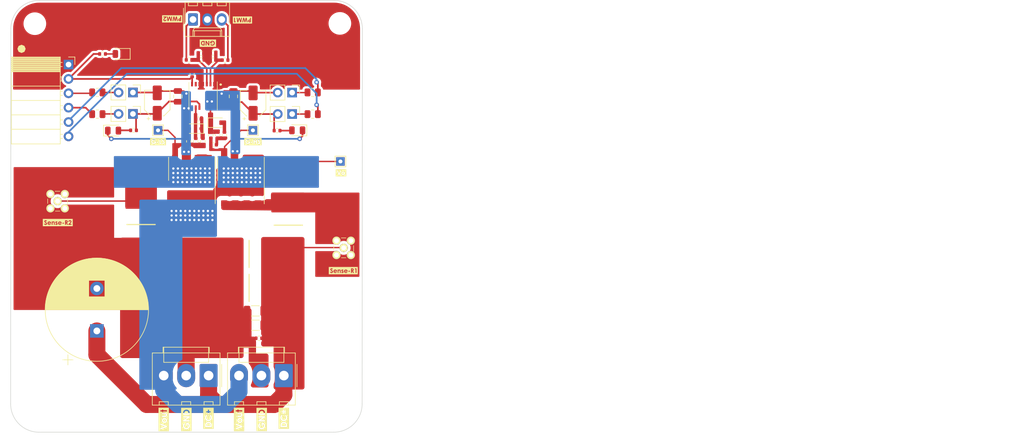
<source format=kicad_pcb>
(kicad_pcb (version 20211014) (generator pcbnew)
  (title_block (comment 4 "AISLER Project ID: ZPYPMIGU"))
  (layers (0 "F.Cu" mixed) (31 "B.Cu" mixed) (34 "B.Paste" user) (35 "F.Paste" user) (36 "B.SilkS" user "B.Silkscreen") (37 "F.SilkS" user "F.Silkscreen") (38 "B.Mask" user) (39 "F.Mask" user) (44 "Edge.Cuts" user))
  (net 0 "")
  (net 1 "GND")
  (net 2 "+3.3V")
  (net 3 "VCCA")
  (net 4 "VCCB")
  (net 5 "GND1")
  (net 6 "LED1")
  (net 7 "Net-(C5-Pad1)")
  (net 8 "Net-(C5-Pad2)")
  (net 9 "GND2")
  (net 10 "OUTA")
  (net 11 "GND3")
  (net 12 "Net-(D1-Pad2)")
  (net 13 "Net-(D2-Pad2)")
  (net 14 "Net-(D5-Pad2)")
  (net 15 "Net-(D6-Pad2)")
  (net 16 "Net-(D7-Pad2)")
  (net 17 "Net-(Q2-Pad8)")
  (net 18 "Net-(J2-Pad1)")
  (net 19 "Net-(J2-Pad3)")
  (net 20 "HVDC+")
  (net 21 "PWM1")
  (net 22 "PWM2")
  (net 23 "OUTB")
  (net 24 "gnd-1")
  (net 25 "LED2")
  (net 26 "gnd-2")
  (net 27 "Net-(C4-Pad2)")
  (net 28 "Net-(J1-Pad3)")
  (net 30 "Net-(J9-Pad2)")
  (net 31 "Net-(J10-Pad1)")
  (net 32 "Net-(FB1-Pad2)")
  (net 33 "Net-(FB2-Pad1)")
  (net 34 "Net-(FB3-Pad1)")
  (net 35 "Net-(FB4-Pad1)")
  (footprint "kibuzzard-63EDD841" (layer "F.Cu") (at 134.28 52.31 180)
    (fp_text reference "kibuzzard-63EDD841" hide)
    (fp_text value "G***" hide)
  )
  (footprint "LED_SMD:LED_0805_2012Metric" (layer "F.Cu") (at 125.18 58.51 180)
    (fp_text reference "D5" hide)
    (fp_text value "LED")
  )
  (footprint "Connector_Molex:Molex_KK-254_AE-6410-03A_1x03_P2.54mm_Vertical" (layer "F.Cu") (at 137.945 52.42)
    (fp_text reference "J2" hide)
    (fp_text value "PWM")
  )
  (footprint "MountingHole:MountingHole_3.2mm_M3" (layer "F.Cu") (at 163.88 53.11)
    (fp_text reference "H3" hide)
    (fp_text value "MountingHole")
  )
  (footprint "kibuzzard-63EDD808" (layer "F.Cu") (at 114.08 88.31)
    (fp_text reference "kibuzzard-63EDD808" hide)
    (fp_text value "G***" hide)
  )
  (footprint "Resistor_SMD:R_0402_1005Metric" (layer "F.Cu") (at 141.5 59.6 180)
    (fp_text reference "R16" hide)
    (fp_text value "10k")
  )
  (footprint "Connector_PinHeader_2.54mm:PinHeader_1x02_P2.54mm_Vertical" (layer "F.Cu") (at 127.35 69.11 -90)
    (fp_text reference "J6" hide)
    (fp_text value "5V")
  )
  (footprint "Capacitor_THT:CP_Radial_D18.0mm_P7.50mm" (layer "F.Cu") (at 120.98 107.46 90)
    (fp_text reference "C10" hide)
    (fp_text value "100uF/450V")
  )
  (footprint "Resistor_SMD:R_0402_1005Metric" (layer "F.Cu") (at 127.45 72.01)
    (fp_text reference "R12" hide)
    (fp_text value "4.7k")
  )
  (footprint "Capacitor_SMD:CP_Elec_4x5.8" (layer "F.Cu") (at 131.64 67.19 90)
    (fp_text reference "C16" hide)
    (fp_text value "10uF/35V")
  )
  (footprint "2EDF7275KXUMA1:2EDF7275KXUMA1" (layer "F.Cu") (at 139.735 65.92 180)
    (fp_text reference "IC1" hide)
    (fp_text value "2EDF7275KXUMA1" hide)
  )
  (footprint "Resistor_SMD:R_0402_1005Metric" (layer "F.Cu") (at 149.58 108.76 180)
    (fp_text reference "R8" hide)
    (fp_text value "500k")
  )
  (footprint "Capacitor_SMD:C_0402_1005Metric" (layer "F.Cu") (at 137.8 62.06 -90)
    (fp_text reference "C1" hide)
    (fp_text value "100nF")
  )
  (footprint "CGA9P4X7T2W105K250KA:CAPC5750X280N" (layer "F.Cu") (at 147.855 93.86 180)
    (fp_text reference "C9" hide)
    (fp_text value "1uF/450V" hide)
  )
  (footprint "MMCX-J-P-H-ST-TH1:MMCXJPHSTTH1" (layer "F.Cu") (at 163.28 91.51)
    (fp_text reference "J9" hide)
    (fp_text value "MMCX-J-P-H-ST-TH1" hide)
  )
  (footprint "Resistor_SMD:R_0805_2012Metric" (layer "F.Cu") (at 121.0625 65.31)
    (fp_text reference "FB2" hide)
    (fp_text value "fb")
  )
  (footprint "Resistor_SMD:R_0402_1005Metric" (layer "F.Cu") (at 137.276172 59.56)
    (fp_text reference "R13" hide)
    (fp_text value "100")
  )
  (footprint "Resistor_SMD:R_0402_1005Metric" (layer "F.Cu") (at 138.435 73.96 -90)
    (fp_text reference "R1" hide)
    (fp_text value "470")
  )
  (footprint "Resistor_SMD:R_0402_1005Metric" (layer "F.Cu") (at 141.1 72.86 -90)
    (fp_text reference "R3" hide)
    (fp_text value "470")
  )
  (footprint "CGA9P4X7T2W105K250KA:CAPC5750X280N" (layer "F.Cu") (at 147.855 99.86 180)
    (fp_text reference "C8" hide)
    (fp_text value "1uF/450V" hide)
  )
  (footprint "LED_SMD:LED_0805_2012Metric" (layer "F.Cu") (at 156.35 72.01 180)
    (fp_text reference "D6" hide)
    (fp_text value "LED")
  )
  (footprint "TestPoint:TestPoint_THTPad_1.5x1.5mm_Drill0.7mm" (layer "F.Cu") (at 163.98 77.51)
    (fp_text reference "TP4" hide)
    (fp_text value "TestPoint_Alt")
  )
  (footprint "Resistor_SMD:R_0402_1005Metric" (layer "F.Cu") (at 121.98 58.51 180)
    (fp_text reference "R10" hide)
    (fp_text value "4.7k")
  )
  (footprint "kibuzzard-63EE9059" (layer "F.Cu") (at 150.08 123.11 90)
    (fp_text reference "kibuzzard-63EE9059" hide)
    (fp_text value "G***" hide)
  )
  (footprint "Package_SON:Infineon_PG-LSON-8-1" (layer "F.Cu") (at 146.42 80.89 90)
    (fp_text reference "Q1" hide)
    (fp_text value "IGLD60R190D1")
  )
  (footprint "Resistor_SMD:R_0402_1005Metric" (layer "F.Cu") (at 142.3 72.86 -90)
    (fp_text reference "R2" hide)
    (fp_text value "10")
  )
  (footprint "Connector_PinHeader_2.54mm:PinHeader_1x02_P2.54mm_Vertical" (layer "F.Cu") (at 127.35 65.32 -90)
    (fp_text reference "J7" hide)
    (fp_text value "GND2")
  )
  (footprint "Resistor_SMD:R_0402_1005Metric" (layer "F.Cu") (at 143.5 72.86 -90)
    (fp_text reference "R5" hide)
    (fp_text value "5.1")
  )
  (footprint "Capacitor_SMD:C_0402_1005Metric" (layer "F.Cu") (at 141.5 58.36)
    (fp_text reference "C14" hide)
    (fp_text value "100nF")
  )
  (footprint "Resistor_SMD:R_0805_2012Metric" (layer "F.Cu") (at 159.08 65.31)
    (fp_text reference "FB1" hide)
    (fp_text value "fb")
  )
  (footprint "Resistor_SMD:R_0805_2012Metric" (layer "F.Cu") (at 159.08 69.15 180)
    (fp_text reference "FB4" hide)
    (fp_text value "fb")
  )
  (footprint "Resistor_SMD:R_0402_1005Metric" (layer "F.Cu") (at 139.7 73.96 -90)
    (fp_text reference "R4" hide)
    (fp_text value "10")
  )
  (footprint "Resistor_SMD:R_0402_1005Metric" (layer "F.Cu") (at 152.79 72.055 180)
    (fp_text reference "R11" hide)
    (fp_text value "4.7k")
  )
  (footprint "kibuzzard-63EDD861" (layer "F.Cu") (at 146.68 52.51 180)
    (fp_text reference "kibuzzard-63EDD861" hide)
    (fp_text value "G***" hide)
  )
  (footprint "Capacitor_SMD:C_0402_1005Metric" (layer "F.Cu") (at 139.376172 58.42 180)
    (fp_text reference "C13" hide)
    (fp_text value "100nF")
  )
  (footprint "kibuzzard-63EDDA14" (layer "F.Cu") (at 107.68 57.61)
    (fp_text reference "kibuzzard-63EDDA14" hide)
    (fp_text value "G***" hide)
  )
  (footprint "Connector_PinHeader_2.54mm:PinHeader_1x02_P2.54mm_Vertical" (layer "F.Cu") (at 155.455 69.13 -90)
    (fp_text reference "J5" hide)
    (fp_text value "5V")
  )
  (footprint "Capacitor_SMD:C_0402_1005Metric" (layer "F.Cu") (at 141.6 74.56 180)
    (fp_text reference "C5" hide)
    (fp_text value "2.2nF")
  )
  (footprint "kibuzzard-63EE9044" (layer "F.Cu") (at 153.98 122.91 90)
    (fp_text reference "kibuzzard-63EE9044" hide)
    (fp_text value "G***" hide)
  )
  (footprint "kibuzzard-63EE9044" (layer "F.Cu") (at 140.68 122.91 90)
    (fp_text reference "kibuzzard-63EE9044" hide)
    (fp_text value "G***" hide)
  )
  (footprint "footprint:RESC10052X50N" (layer "F.Cu") (at 128.78 88.66 -90)
    (fp_text reference "R9" hide)
    (fp_text value "WSLP3921L1000FEA" hide)
  )
  (footprint "MountingHole:MountingHole_3.2mm_M3" (layer "F.Cu") (at 110.03 53.16)
    (fp_text reference "H4" hide)
    (fp_text value "MountingHole")
  )
  (footprint "Package_SON:Infineon_PG-LSON-8-1" (layer "F.Cu") (at 137.76 80.86 90)
    (fp_text reference "Q2" hide)
    (fp_text value "IGLD60R190D1")
  )
  (footprint "Diode_SMD:D_SOD-323" (layer "F.Cu") (at 138.345 71.71 180)
    (fp_text reference "D2" hide)
    (fp_text value "BAT165")
  )
  (footprint "Capacitor_SMD:C_0402_1005Metric" (layer "F.Cu") (at 138.915 70.01)
    (fp_text reference "C4" hide)
    (fp_text value "2.2nF")
  )
  (footprint "Connector_Molex:Molex_KK-396_A-41791-0003_1x03_P3.96mm_Vertical" (layer "F.Cu") (at 140.706 115.355 180)
    (fp_text reference "J3" hide)
    (fp_text value "HVDC2")
  )
  (footprint "kibuzzard-63EDD5C6" (layer "F.Cu") (at 131.78 74.01)
    (fp_text reference "kibuzzard-63EDD5C6" hide)
    (fp_text value "G***" hide)
  )
  (footprint "Resistor_SMD:R_0402_1005Metric" (layer "F.Cu") (at 143.6 59.6 180)
    (fp_text reference "R14" hide)
    (fp_text value "100")
  )
  (footprint "TestPoint:TestPoint_THTPad_1.5x1.5mm_Drill0.7mm" (layer "F.Cu") (at 131.78 72.01)
    (fp_text reference "TP2" hide)
    (fp_text value "TestPoint_Alt")
  )
  (footprint "MMCX-J-P-H-ST-TH1:MMCXJPHSTTH1" (layer "F.Cu") (at 112.78 83.26)
    (fp_text reference "J10" hide)
    (fp_text value "MMCX-J-P-H-ST-TH1" hide)
  )
  (footprint "kibuzzard-63EDD756" (layer "F.Cu") (at 164.08 79.51)
    (fp_text reference "kibuzzard-63EDD756" hide)
    (fp_text value "G***" hide)
  )
  (footprint "LED_SMD:LED_0805_2012Metric" (layer "F.Cu") (at 123.85 72.055)
    (fp_text reference "D7" hide)
    (fp_text value "LED")
  )
  (footprint "Resistor_SMD:R_0402_1005Metric" (layer "F.Cu") (at 139.4 59.56)
    (fp_text reference "R15" hide)
    (fp_text value "10k")
  )
  (footprint "TestPoint:TestPoint_THTPad_1.5x1.5mm_Drill0.7mm" (layer "F.Cu") (at 148.53 72.01)
    (fp_text reference "TP1" hide)
    (fp_text value "TestPoint_Alt")
  )
  (footprint "Connector_PinSocket_2.54mm:PinSocket_1x06_P2.54mm_Horizontal" (layer "F.Cu") (at 115.98 60.385)
    (fp_text reference "J4" hide)
    (fp_text value "Conn_01x06_Female")
  )
  (footprint "kibuzzard-63EE9091" (layer "F.Cu") (at 132.78 123.11 90)
    (fp_text reference "kibuzzard-63EE9091" hide)
    (fp_text value "G***" hide)
  )
  (footprint "kibuzzard-63EDD5E0" (layer "F.Cu") (at 148.53 74.01)
    (fp_text reference "kibuzzard-63EDD5E0" hide)
    (fp_text value "G***" hide)
  )
  (footprint "Capacitor_SMD:C_1206_3216Metric" (layer "F.Cu") (at 148.96 106.46 180)
    (fp_text reference "C7" hide)
    (fp_text value "100nF/450V")
  )
  (footprint "kibuzzard-63EDD791" (layer "F.Cu") (at 164.48 96.81)
    (fp_text reference "kibuzzard-63EDD791" hide)
    (fp_text value "G***" hide)
  )
  (footprint "footprint:RESC10052X50N" (layer "F.Cu") (at 154.78 88.77 -90)
    (fp_text reference "R7" hide)
    (fp_text value "WSLP3921L1000FEA" hide)
  )
  (footprint "kibuzzard-63EE9091" (layer "F.Cu") (at 146.08 123.11 90)
    (fp_text reference "kibuzzard-63EE9091" hide)
    (fp_text value "G***" hide)
  )
  (footprint "Diode_SMD:D_SOD-323" (layer "F.Cu") (at 142.085 70.66)
    (fp_text reference "D1" hide)
    (fp_text value "BAT165")
  )
  (footprint "Connector_Molex:Molex_KK-396_A-41791-0003_1x03_P3.96mm_Vertical" (layer "F.Cu") (at 153.99 115.355 180)
    (fp_text reference "J1" hide)
    (fp_text value "HVDC1")
  )
  (footprint "MountingHole:MountingHole_3.2mm_M3" (layer "F.Cu") (at 163.93 121.16)
    (fp_text reference "H1" hide)
    (fp_text value "MountingHole")
  )
  (footprint "Capacitor_SMD:C_0805_2012Metric" (layer "F.Cu") (at 135.28 66.01 -90)
    (fp_text reference "C3" hide)
    (fp_text value "1uF")
  )
  (footprint "Connector_PinHeader_2.54mm:PinHeader_1x02_P2.54mm_Vertical" (layer "F.Cu") (at 155.45 65.34 -90)
    (fp_text reference "J8" hide)
    (fp_text value "GND1")
  )
  (footprint "kibuzzard-63EDD87E" (layer "F.Cu") (at 140.58 56.61 180)
    (fp_text reference "kibuzzard-63EDD87E" hide)
    (fp_text value "G***" hide)
  )
  (footprint "kibuzzard-63EE9059" (layer "F.Cu") (at 136.78 123.11 90)
    (fp_text reference "kibuzzard-63EE9059" hide)
    (fp_text value "G***" hide)
  )
  (footprint "Resistor_SMD:R_0805_2012Metric" (layer "F.Cu") (at 121.0625 69.15)
    (fp_text reference "FB3" hide)
    (fp_text value "fb")
  )
  (footprint "Capacitor_SMD:C_0805_2012Metric" (layer "F.Cu") (at 145.09 66.01 -90)
    (fp_text reference "C2" hide)
    (fp_text value "1uF")
  )
  (footprint "Capacitor_SMD:CP_Elec_4x5.8" (layer "F.Cu") (at 148.56 67.2 90)
    (fp_text reference "C15" hide)
    (fp_text value "10uF/35V")
  )
  (footprint "MountingHole:MountingHole_3.2mm_M3" (layer "F.Cu") (at 110.08 121.21)
    (fp_text reference "H2" hide)
    (fp_text value "MountingHole")
  )
  (footprint "Capacitor_SMD:C_1206_3216Metric" (layer "F.Cu") (at 148.96 103.92 180)
    (fp_text reference "C6" hide)
    (fp_text value "100nF/450V")
  )
  (footprint "Resistor_SMD:R_0402_1005Metric" (layer "F.Cu") (at 137.2 73.96 -90)
    (fp_text reference "R6" hide)
    (fp_text value "5.1")
  )
  (gr_arc (start 110.762233 125.36) (mid 107.226678 123.895546) (end 105.762233 120.36) (layer "Edge.Cuts") (width 0.1))
  (gr_line (start 162.847767 49.045534) (end 110.797767 49.045534) (layer "Edge.Cuts") (width 0.1))
  (gr_line (start 110.762233 125.36) (end 162.812233 125.36) (layer "Edge.Cuts") (width 0.1))
  (gr_arc (start 167.812233 120.36) (mid 166.347769 123.895546) (end 162.812233 125.36) (layer "Edge.Cuts") (width 0.1))
  (gr_arc (start 162.847767 49.045534) (mid 166.383301 50.51) (end 167.847767 54.045534) (layer "Edge.Cuts") (width 0.1))
  (gr_arc (start 105.797767 54.045534) (mid 107.262233 50.51) (end 110.797767 49.045534) (layer "Edge.Cuts") (width 0.1))
  (gr_line (start 167.812233 120.36) (end 167.847767 54.045534) (layer "Edge.Cuts") (width 0.1))
  (gr_line (start 105.797767 54.045534) (end 105.762233 120.36) (layer "Edge.Cuts") (width 0.1))
  (segment (start 120.395 58.51) (end 121.47 58.51) (width 0.3) (layer "F.Cu") (net 2))
  (segment (start 115.98 62.925) (end 137.415 62.925) (width 0.3) (layer "F.Cu") (net 2))
  (segment (start 115.98 62.925) (end 120.395 58.51) (width 0.3) (layer "F.Cu") (net 2))
  (segment (start 137.8 63.83) (end 137.785 63.845) (width 0.3) (layer "F.Cu") (net 2))
  (segment (start 137.415 62.925) (end 137.8 62.54) (width 0.3) (layer "F.Cu") (net 2))
  (segment (start 137.8 62.54) (end 137.8 63.83) (width 0.3) (layer "F.Cu") (net 2))
  (segment (start 158.1675 69.15) (end 158.1475 69.13) (width 0.25) (layer "F.Cu") (net 3))
  (segment (start 158.1475 69.13) (end 155.455 69.13) (width 0.25) (layer "F.Cu") (net 3))
  (segment (start 122.015 69.11) (end 124.81 69.11) (width 0.25) (layer "F.Cu") (net 4))
  (segment (start 121.975 69.15) (end 122.015 69.11) (width 0.25) (layer "F.Cu") (net 4))
  (segment (start 155.45 65.34) (end 158.1375 65.34) (width 0.25) (layer "F.Cu") (net 5))
  (segment (start 158.1375 65.34) (end 158.1675 65.31) (width 0.25) (layer "F.Cu") (net 5))
  (segment (start 152.915 69.13) (end 152.28 69.765) (width 0.3) (layer "F.Cu") (net 6))
  (segment (start 142.67 67.01) (end 146.57 67.01) (width 0.3) (layer "F.Cu") (net 6))
  (segment (start 141.685 67.995) (end 142.67 67.01) (width 0.3) (layer "F.Cu") (net 6))
  (segment (start 152.28 69.765) (end 152.28 72.055) (width 0.3) (layer "F.Cu") (net 6))
  (segment (start 148.56 69) (end 148.69 69.13) (width 0.3) (layer "F.Cu") (net 6))
  (segment (start 148.69 69.13) (end 152.915 69.13) (width 0.3) (layer "F.Cu") (net 6))
  (segment (start 146.57 67.01) (end 148.56 69) (width 0.3) (layer "F.Cu") (net 6))
  (segment (start 146.405 72.01) (end 143.53 74.885) (width 0.25) (layer "F.Cu") (net 8))
  (segment (start 143.53 74.885) (end 143.53 75.76) (width 0.25) (layer "F.Cu") (net 8))
  (segment (start 148.53 72.01) (end 146.405 72.01) (width 0.25) (layer "F.Cu") (net 8))
  (segment (start 121.985 65.32) (end 124.81 65.32) (width 0.25) (layer "F.Cu") (net 9))
  (segment (start 121.975 65.31) (end 121.985 65.32) (width 0.25) (layer "F.Cu") (net 9))
  (segment (start 141 68.96) (end 141 69.26) (width 0.3) (layer "F.Cu") (net 10))
  (segment (start 141 69.26) (end 141.1 69.36) (width 0.3) (layer "F.Cu") (net 10))
  (segment (start 141.035 67.995) (end 141.035 68.925) (width 0.3) (layer "F.Cu") (net 10))
  (segment (start 141.035 68.925) (end 141 68.96) (width 0.3) (layer "F.Cu") (net 10))
  (segment (start 136.78 111.06) (end 136.746 111.094) (width 3) (layer "F.Cu") (net 11))
  (segment (start 120.98 99.96) (end 128.28 99.96) (width 3) (layer "F.Cu") (net 11))
  (segment (start 136.746 115.355) (end 136.746 111.094) (width 3) (layer "F.Cu") (net 11))
  (segment (start 122.49 58.51) (end 124.2425 58.51) (width 0.25) (layer "F.Cu") (net 14))
  (segment (start 155.3675 72.055) (end 155.4125 72.01) (width 0.3) (layer "F.Cu") (net 15))
  (segment (start 153.3 72.055) (end 155.3675 72.055) (width 0.3) (layer "F.Cu") (net 15))
  (segment (start 124.8325 72.01) (end 124.7875 72.055) (width 0.3) (layer "F.Cu") (net 16))
  (segment (start 126.94 72.01) (end 124.8325 72.01) (width 0.3) (layer "F.Cu") (net 16))
  (segment (start 133.53 72.01) (end 131.78 72.01) (width 0.25) (layer "F.Cu") (net 17))
  (segment (start 134.78 74.51) (end 134.78 73.26) (width 0.25) (layer "F.Cu") (net 17))
  (segment (start 134.78 73.26) (end 133.53 72.01) (width 0.25) (layer "F.Cu") (net 17))
  (segment (start 136.78 53.585) (end 136.78 59.546172) (width 0.3) (layer "F.Cu") (net 18))
  (segment (start 137.945 52.42) (end 136.78 53.585) (width 0.3) (layer "F.Cu") (net 18))
  (segment (start 136.78 59.546172) (end 136.766172 59.56) (width 0.3) (layer "F.Cu") (net 18))
  (segment (start 144.11 53.505) (end 144.11 59.6) (width 0.3) (layer "F.Cu") (net 19))
  (segment (start 143.025 52.42) (end 144.11 53.505) (width 0.3) (layer "F.Cu") (net 19))
  (segment (start 152.28 120.46) (end 142.28 120.46) (width 3) (layer "F.Cu") (net 20))
  (segment (start 120.98 107.46) (end 120.98 111.66) (width 3) (layer "F.Cu") (net 20))
  (segment (start 142.28 120.46) (end 140.706 118.886) (width 3) (layer "F.Cu") (net 20))
  (segment (start 153.99 118.75) (end 152.28 120.46) (width 3) (layer "F.Cu") (net 20))
  (segment (start 140.706 118.886) (end 140.706 115.355) (width 3) (layer "F.Cu") (net 20))
  (segment (start 164.502 92.732) (end 154.968 92.732) (width 0.25) (layer "F.Cu") (net 20))
  (segment (start 129.78 120.46) (end 142.28 120.46) (width 3) (layer "F.Cu") (net 20))
  (segment (start 164.55 92.78) (end 164.502 92.732) (width 0.25) (layer "F.Cu") (net 20))
  (segment (start 153.99 115.355) (end 153.99 118.75) (width 3) (layer "F.Cu") (net 20))
  (segment (start 120.98 111.66) (end 129.78 120.46) (width 3) (layer "F.Cu") (net 20))
  (segment (start 154.968 92.732) (end 154.78 92.92) (width 0.25) (layer "F.Cu") (net 20))
  (segment (start 141.035 61.055) (end 141.035 63.845) (width 0.3) (layer "F.Cu") (net 21))
  (segment (start 143.09 59.6) (end 142.49 59.6) (width 0.3) (layer "F.Cu") (net 21))
  (segment (start 142.49 59.6) (end 141.035 61.055) (width 0.3) (layer "F.Cu") (net 21))
  (segment (start 140.385 63.845) (end 140.385 61.055) (width 0.3) (layer "F.Cu") (net 22))
  (segment (start 140.385 61.055) (end 138.89 59.56) (width 0.3) (layer "F.Cu") (net 22))
  (segment (start 138.435 67.995) (end 138.435 69.125) (width 0.3) (layer "F.Cu") (net 23))
  (segment (start 138.435 69.125) (end 138.4 69.16) (width 0.3) (layer "F.Cu") (net 23))
  (segment (start 142.43 65.53) (end 140.385 67.575) (width 0.25) (layer "F.Cu") (net 24))
  (segment (start 148.62 65.34) (end 152.91 65.34) (width 0.3) (layer "F.Cu") (net 24))
  (segment (start 157.2875 72.01) (end 157.2875 73.0025) (width 0.3) (layer "F.Cu") (net 24))
  (segment (start 143.01 65.53) (end 142.43 65.53) (width 0.25) (layer "F.Cu") (net 24))
  (segment (start 143.48 65.06) (end 148.22 65.06) (width 0.3) (layer "F.Cu") (net 24))
  (segment (start 140.385 67.575) (end 140.385 67.995) (width 0.25) (layer "F.Cu") (net 24))
  (segment (start 148.56 65.4) (end 148.62 65.34) (width 0.3) (layer "F.Cu") (net 24))
  (segment (start 143.01 65.53) (end 143.48 65.06) (width 0.3) (layer "F.Cu") (net 24))
  (segment (start 148.22 65.06) (end 148.56 65.4) (width 0.3) (layer "F.Cu") (net 24))
  (segment (start 157.2875 73.0025) (end 156.78 73.51) (width 0.3) (layer "F.Cu") (net 24))
  (via (at 145.78 75.71) (size 0.8) (drill 0.4) (layers "F.Cu" "B.Cu") (net 24))
  (via (at 144.98 75.71) (size 0.8) (drill 0.4) (layers "F.Cu" "B.Cu") (net 24))
  (via (at 143.01 65.53) (size 0.8) (drill 0.4) (layers "F.Cu" "B.Cu") (net 24))
  (via (at 140.48 66.91) (size 0.8) (drill 0.4) (layers "F.Cu" "B.Cu") (net 24))
  (via (at 141.28 66.91) (size 0.8) (drill 0.4) (layers "F.Cu" "B.Cu") (net 24))
  (via (at 156.78 73.51) (size 0.8) (drill 0.4) (layers "F.Cu" "B.Cu") (net 24))
  (segment (start 156.78 73.51) (end 145.28 73.51) (width 0.3) (layer "B.Cu") (net 24))
  (segment (start 131.52 69.11) (end 131.64 68.99) (width 0.3) (layer "F.Cu") (net 25))
  (segment (start 127.9 69.66) (end 127.9 71.95) (width 0.3) (layer "F.Cu") (net 25))
  (segment (start 138.625 66.91) (end 139.085 67.37) (width 0.3) (layer "F.Cu") (net 25))
  (segment (start 133.72 66.91) (end 138.625 66.91) (width 0.3) (layer "F.Cu") (net 25))
  (segment (start 127.35 69.11) (end 127.9 69.66) (width 0.3) (layer "F.Cu") (net 25))
  (segment (start 127.9 71.95) (end 127.96 72.01) (width 0.3) (layer "F.Cu") (net 25))
  (segment (start 139.085 67.37) (end 139.085 67.995) (width 0.3) (layer "F.Cu") (net 25))
  (segment (start 131.64 68.99) (end 133.72 66.91) (width 0.3) (layer "F.Cu") (net 25))
  (segment (start 127.35 69.11) (end 131.52 69.11) (width 0.3) (layer "F.Cu") (net 25))
  (segment (start 122.9125 72.8925) (end 122.9125 72.055) (width 0.3) (layer "F.Cu") (net 26))
  (segment (start 137.18 68.11) (end 137.295 67.995) (width 0.25) (layer "F.Cu") (net 26))
  (segment (start 136.38 68.11) (end 137.18 68.11) (width 0.3) (layer "F.Cu") (net 26))
  (segment (start 135.28 65.06) (end 131.97 65.06) (width 0.3) (layer "F.Cu") (net 26))
  (segment (start 135.28 65.06) (end 136.33 65.06) (width 0.25) (layer "F.Cu") (net 26))
  (segment (start 137.295 67.995) (end 137.785 67.995) (width 0.25) (layer "F.Cu") (net 26))
  (segment (start 131.97 65.06) (end 131.64 65.39) (width 0.3) (layer "F.Cu") (net 26))
  (segment (start 131.57 65.32) (end 131.64 65.39) (width 0.3) (layer "F.Cu") (net 26))
  (segment (start 123.53 73.51) (end 122.9125 72.8925) (width 0.3) (layer "F.Cu") (net 26))
  (segment (start 136.33 65.06) (end 136.78 65.51) (width 0.25) (layer "F.Cu") (net 26))
  (segment (start 127.35 65.32) (end 131.57 65.32) (width 0.3) (layer "F.Cu") (net 26))
  (via (at 136.78 65.51) (size 0.8) (drill 0.4) (layers "F.Cu" "B.Cu") (net 26))
  (via (at 136.38 75.81) (size 0.8) (drill 0.4) (layers "F.Cu" "B.Cu") (net 26))
  (via (at 136.38 68.11) (size 0.8) (drill 0.4) (layers "F.Cu" "B.Cu") (net 26))
  (via (at 123.53 73.51) (size 0.8) (drill 0.4) (layers "F.Cu" "B.Cu") (net 26))
  (via (at 137.18 68.11) (size 0.8) (drill 0.4) (layers "F.Cu" "B.Cu") (net 26))
  (via (at 137.18 75.81) (size 0.8) (drill 0.4) (layers "F.Cu" "B.Cu") (net 26))
  (segment (start 123.53 73.51) (end 136.78 73.51) (width 0.3) (layer "B.Cu") (net 26))
  (segment (start 163.98 77.51) (end 149.78 77.51) (width 0.25) (layer "F.Cu") (net 28))
  (via (at 148.18 79.56) (size 0.8) (drill 0.4) (layers "F.Cu" "B.Cu") (net 28))
  (via (at 148.98 79.56) (size 0.8) (drill 0.4) (layers "F.Cu" "B.Cu") (net 28))
  (via (at 134.98 87.86) (size 0.8) (drill 0.4) (layers "F.Cu" "B.Cu") (net 28))
  (via (at 144.18 80.36) (size 0.8) (drill 0.4) (layers "F.Cu" "B.Cu") (net 28))
  (via (at 134.98 87.06) (size 0.8) (drill 0.4) (layers "F.Cu" "B.Cu") (net 28))
  (via (at 147.38 79.56) (size 0.8) (drill 0.4) (layers "F.Cu" "B.Cu") (net 28))
  (via (at 148.98 80.36) (size 0.8) (drill 0.4) (layers "F.Cu" "B.Cu") (net 28))
  (via (at 145.78 79.56) (size 0.8) (drill 0.4) (layers "F.Cu" "B.Cu") (net 28))
  (via (at 143.38 81.16) (size 0.8) (drill 0.4) (layers "F.Cu" "B.Cu") (net 28))
  (via (at 145.78 80.36) (size 0.8) (drill 0.4) (layers "F.Cu" "B.Cu") (net 28))
  (via (at 138.18 86.26) (size 0.8) (drill 0.4) (layers "F.Cu" "B.Cu") (net 28))
  (via (at 149.78 80.36) (size 0.8) (drill 0.4) (layers "F.Cu" "B.Cu") (net 28))
  (via (at 136.58 86.26) (size 0.8) (drill 0.4) (layers "F.Cu" "B.Cu") (net 28))
  (via (at 147.38 78.76) (size 0.8) (drill 0.4) (layers "F.Cu" "B.Cu") (net 28))
  (via (at 140.58 87.86) (size 0.8) (drill 0.4) (layers "F.Cu" "B.Cu") (net 28))
  (via (at 140.58 87.06) (size 0.8) (drill 0.4) (layers "F.Cu" "B.Cu") (net 28))
  (via (at 143.38 79.56) (size 0.8) (drill 0.4) (layers "F.Cu" "B.Cu") (net 28))
  (via (at 138.98 87.86) (size 0.8) (drill 0.4) (layers "F.Cu" "B.Cu") (net 28))
  (via (at 140.58 86.26) (size 0.8) (drill 0.4) (layers "F.Cu" "B.Cu") (net 28))
  (via (at 143.38 78.76) (size 0.8) (drill 0.4) (layers "F.Cu" "B.Cu") (net 28))
  (via (at 136.58 87.86) (size 0.8) (drill 0.4) (layers "F.Cu" "B.Cu") (net 28))
  (via (at 143.38 80.36) (size 0.8) (drill 0.4) (layers "F.Cu" "B.Cu") (net 28))
  (via (at 137.38 87.86) (size 0.8) (drill 0.4) (layers "F.Cu" "B.Cu") (net 28))
  (via (at 138.18 87.86) (size 0.8) (drill 0.4) (layers "F.Cu" "B.Cu") (net 28))
  (via (at 149.78 81.16) (size 0.8) (drill 0.4) (layers "F.Cu" "B.Cu") (net 28))
  (via (at 145.78 78.76) (size 0.8) (drill 0.4) (layers "F.Cu" "B.Cu") (net 28))
  (via (at 138.98 87.06) (size 0.8) (drill 0.4) (layers "F.Cu" "B.Cu") (net 28))
  (via (at 147.38 80.36) (size 0.8) (drill 0.4) (layers "F.Cu" "B.Cu") (net 28))
  (via (at 134.18 86.26) (size 0.8) (drill 0.4) (layers "F.Cu" "B.Cu") (net 28))
  (via (at 148.18 78.76) (size 0.8) (drill 0.4) (layers "F.Cu" "B.Cu") (net 28))
  (via (at 149.78 79.56) (size 0.8) (drill 0.4) (layers "F.Cu" "B.Cu") (net 28))
  (via (at 137.38 87.06) (size 0.8) (drill 0.4) (layers "F.Cu" "B.Cu") (net 28))
  (via (at 141.38 87.86) (size 0.8) (drill 0.4) (layers "F.Cu" "B.Cu") (net 28))
  (via (at 139.78 87.06) (size 0.8) (drill 0.4) (layers "F.Cu" "B.Cu") (net 28))
  (via (at 148.18 81.16) (size 0.8) (drill 0.4) (layers "F.Cu" "B.Cu") (net 28))
  (via (at 147.38 81.16) (size 0.8) (drill 0.4) (layers "F.Cu" "B.Cu") (net 28))
  (via (at 139.78 87.86) (size 0.8) (drill 0.4) (layers "F.Cu" "B.Cu") (net 28))
  (via (at 135.78 86.26) (size 0.8) (drill 0.4) (layers "F.Cu" "B.Cu") (net 28))
  (via (at 146.58 79.56) (size 0.8) (drill 0.4) (layers "F.Cu" "B.Cu") (net 28))
  (via (at 135.78 87.86) (size 0.8) (drill 0.4) (layers "F.Cu" "B.Cu") (net 28))
  (via (at 146.58 80.36) (size 0.8) (drill 0.4) (layers "F.Cu" "B.Cu") (net 28))
  (via (at 144.98 80.36) (size 0.8) (drill 0.4) (layers "F.Cu" "B.Cu") (net 28))
  (via (at 144.98 81.16) (size 0.8) (drill 0.4) (layers "F.Cu" "B.Cu") (net 28))
  (via (at 141.38 86.26) (size 0.8) (drill 0.4) (layers "F.Cu" "B.Cu") (net 28))
  (via (at 138.98 86.26) (size 0.8) (drill 0.4) (layers "F.Cu" "B.Cu") (net 28))
  (via (at 144.18 79.56) (size 0.8) (drill 0.4) (layers "F.Cu" "B.Cu") (net 28))
  (via (at 134.18 87.06) (size 0.8) (drill 0.4) (layers "F.Cu" "B.Cu") (net 28))
  (via (at 146.58 81.16) (size 0.8) (drill 0.4) (layers "F.Cu" "B.Cu") (net 28))
  (via (at 146.58 78.76) (size 0.8) (drill 0.4) (layers "F.Cu" "B.Cu") (net 28))
  (via (at 148.98 78.76) (size 0.8) (drill 0.4) (layers "F.Cu" "B.Cu") (net 28))
  (via (at 145.78 81.16) (size 0.8) (drill 0.4) (layers "F.Cu" "B.Cu") (net 28))
  (via (at 139.78 86.26) (size 0.8) (drill 0.4) (layers "F.Cu" "B.Cu") (net 28))
  (via (at 148.98 81.16) (size 0.8) (drill 0.4) (layers "F.Cu" "B.Cu") (net 28))
  (via (at 144.98 79.56) (size 0.8) (drill 0.4) (layers "F.Cu" "B.Cu") (net 28))
  (via (at 136.58 87.06) (size 0.8) (drill 0.4) (layers "F.Cu" "B.Cu") (net 28))
  (via (at 138.18 87.06) (size 0.8) (drill 0.4) (layers "F.Cu" "B.Cu") (net 28))
  (via (at 134.18 87.86) (size 0.8) (drill 0.4) (layers "F.Cu" "B.Cu") (net 28))
  (via (at 144.98 78.76) (size 0.8) (drill 0.4) (layers "F.Cu" "B.Cu") (net 28))
  (via (at 135.78 87.06) (size 0.8) (drill 0.4) (layers "F.Cu" "B.Cu") (net 28))
  (via (at 134.98 86.26) (size 0.8) (drill 0.4) (layers "F.Cu" "B.Cu") (net 28))
  (via (at 137.38 86.26) (size 0.8) (drill 0.4) (layers "F.Cu" "B.Cu") (net 28))
  (via (at 144.18 81.16) (size 0.8) (drill 0.4) (layers "F.Cu" "B.Cu") (net 28))
  (via (at 144.18 78.76) (size 0.8) (drill 0.4) (layers "F.Cu" "B.Cu") (net 28))
  (via (at 148.18 80.36) (size 0.8) (drill 0.4) (layers "F.Cu" "B.Cu") (net 28))
  (via (at 149.78 78.76) (size 0.8) (drill 0.4) (layers "F.Cu" "B.Cu") (net 28))
  (via (at 141.38 87.06) (size 0.8) (drill 0.4) (layers "F.Cu" "B.Cu") (net 28))
  (segment (start 143.78 120.46) (end 146.07 118.17) (width 3) (layer "B.Cu") (net 28))
  (segment (start 135.28 120.46) (end 143.78 120.46) (width 3) (layer "B.Cu") (net 28))
  (segment (start 132.786 117.966) (end 135.28 120.46) (width 3) (layer "B.Cu") (net 28))
  (segment (start 146.07 118.17) (end 146.07 115.355) (width 3) (layer "B.Cu") (net 28))
  (segment (start 132.786 115.355) (end 132.786 117.966) (width 3) (layer "B.Cu") (net 28))
  (segment (start 128.78 84.51) (end 114.07 84.51) (width 0.25) (layer "F.Cu") (net 31))
  (segment (start 137.55 79.96) (end 137.52 79.99) (width 0.25) (layer "F.Cu") (net 31))
  (segment (start 114.07 84.51) (end 114.05 84.53) (width 0.25) (layer "F.Cu") (net 31))
  (via (at 139.28 81.16) (size 0.8) (drill 0.4) (layers "F.Cu" "B.Cu") (net 31))
  (via (at 140.08 79.56) (size 0.8) (drill 0.4) (layers "F.Cu" "B.Cu") (net 31))
  (via (at 140.88 78.76) (size 0.8) (drill 0.4) (layers "F.Cu" "B.Cu") (net 31))
  (via (at 135.28 80.36) (size 0.8) (drill 0.4) (layers "F.Cu" "B.Cu") (net 31))
  (via (at 136.08 79.56) (size 0.8) (drill 0.4) (layers "F.Cu" "B.Cu") (net 31))
  (via (at 134.48 81.16) (size 0.8) (drill 0.4) (layers "F.Cu" "B.Cu") (net 31))
  (via (at 136.88 78.76) (size 0.8) (drill 0.4) (layers "F.Cu" "B.Cu") (net 31))
  (via (at 136.08 81.16) (size 0.8) (drill 0.4) (layers "F.Cu" "B.Cu") (net 31))
  (via (at 136.08 78.76) (size 0.8) (drill 0.4) (layers "F.Cu" "B.Cu") (net 31))
  (via (at 136.08 80.36) (size 0.8) (drill 0.4) (layers "F.Cu" "B.Cu") (net 31))
  (via (at 140.88 80.36) (size 0.8) (drill 0.4) (layers "F.Cu" "B.Cu") (net 31))
  (via (at 140.88 79.56) (size 0.8) (drill 0.4) (layers "F.Cu" "B.Cu") (net 31))
  (via (at 135.28 79.56) (size 0.8) (drill 0.4) (layers "F.Cu" "B.Cu") (net 31))
  (via (at 138.48 80.36) (size 0.8) (drill 0.4) (layers "F.Cu" "B.Cu") (net 31))
  (via (at 140.88 81.16) (size 0.8) (drill 0.4) (layers "F.Cu" "B.Cu") (net 31))
  (via (at 134.48 79.56) (size 0.8) (drill 0.4) (layers "F.Cu" "B.Cu") (net 31))
  (via (at 138.48 79.56) (size 0.8) (drill 0.4) (layers "F.Cu" "B.Cu") (net 31))
  (via (at 139.28 78.76) (size 0.8) (drill 0.4) (layers "F.Cu" "B.Cu") (net 31))
  (via (at 140.08 81.16) (size 0.8) (drill 0.4) (layers "F.Cu" "B.Cu") (net 31))
  (via (at 134.48 80.36) (size 0.8) (drill 0.4) (layers "F.Cu" "B.Cu") (net 31))
  (via (at 139.28 80.36) (size 0.8) (drill 0.4) (layers "F.Cu" "B.Cu") (net 31))
  (via (at 138.48 81.16) (size 0.8) (drill 0.4) (layers "F.Cu" "B.Cu") (net 31))
  (via (at 138.48 78.76) (size 0.8) (drill 0.4) (layers "F.Cu" "B.Cu") (net 31))
  (via (at 137.68 79.56) (size 0.8) (drill 0.4) (layers "F.Cu" "B.Cu") (net 31))
  (via (at 135.28 81.16) (size 0.8) (drill 0.4) (layers "F.Cu" "B.Cu") (net 31))
  (via (at 140.08 80.36) (size 0.8) (drill 0.4) (layers "F.Cu" "B.Cu") (net 31))
  (via (at 136.88 81.16) (size 0.8) (drill 0.4) (layers "F.Cu" "B.Cu") (net 31))
  (via (at 134.48 78.76) (size 0.8) (drill 0.4) (layers "F.Cu" "B.Cu") (net 31))
  (via (at 139.28 79.56) (size 0.8) (drill 0.4) (layers "F.Cu" "B.Cu") (net 31))
  (via (at 136.88 79.56) (size 0.8) (drill 0.4) (layers "F.Cu" "B.Cu") (net 31))
  (via (at 137.68 78.76) (size 0.8) (drill 0.4) (layers "F.Cu" "B.Cu") (net 31))
  (via (at 137.68 80.36) (size 0.8) (drill 0.4) (layers "F.Cu" "B.Cu") (net 31))
  (via (at 136.88 80.36) (size 0.8) (drill 0.4) (layers "F.Cu" "B.Cu") (net 31))
  (via (at 140.08 78.76) (size 0.8) (drill 0.4) (layers "F.Cu" "B.Cu") (net 31))
  (via (at 135.28 78.76) (size 0.8) (drill 0.4) (layers "F.Cu" "B.Cu") (net 31))
  (via (at 137.68 81.16) (size 0.8) (drill 0.4) (layers "F.Cu" "B.Cu") (net 31))
  (segment (start 159.78 63.51) (end 159.9925 63.7225) (width 0.3) (layer "F.Cu") (net 32))
  (segment (start 159.9925 63.7225) (end 159.9925 65.31) (width 0.3) (layer "F.Cu") (net 32))
  (via (at 159.78 63.51) (size 0.8) (drill 0.4) (layers "F.Cu" "B.Cu") (net 32))
  (segment (start 159.78 63.01) (end 157.78 61.01) (width 0.3) (layer "B.Cu") (net 32))
  (segment (start 125.28 61.01) (end 115.98 70.31) (width 0.3) (layer "B.Cu") (net 32))
  (segment (start 157.78 61.01) (end 125.28 61.01) (width 0.3) (layer "B.Cu") (net 32))
  (segment (start 159.78 63.51) (end 159.78 63.01) (width 0.3) (layer "B.Cu") (net 32))
  (segment (start 115.98 70.31) (end 115.98 70.545) (width 0.3) (layer "B.Cu") (net 32))
  (segment (start 119.995 65.465) (end 115.98 65.465) (width 0.25) (layer "F.Cu") (net 33))
  (segment (start 120.15 65.31) (end 119.995 65.465) (width 0.25) (layer "F.Cu") (net 33))
  (segment (start 115.98 68.005) (end 119.005 68.005) (width 0.3) (layer "F.Cu") (net 34))
  (segment (start 119.005 68.005) (end 120.15 69.15) (width 0.3) (layer "F.Cu") (net 34))
  (segment (start 159.9925 67.7225) (end 159.9925 69.15) (width 0.3) (layer "F.Cu") (net 35))
  (segment (start 159.78 67.51) (end 159.9925 67.7225) (width 0.3) (layer "F.Cu") (net 35))
  (via (at 159.78 67.51) (size 0.8) (drill 0.4) (layers "F.Cu" "B.Cu") (net 35))
  (segment (start 159.78 65.51) (end 156.28 62.01) (width 0.3) (layer "B.Cu") (net 35))
  (segment (start 159.78 67.51) (end 159.78 65.51) (width 0.3) (layer "B.Cu") (net 35))
  (segment (start 156.28 62.01) (end 126.28 62.01) (width 0.3) (layer "B.Cu") (net 35))
  (segment (start 126.28 62.01) (end 115.98 72.31) (width 0.3) (layer "B.Cu") (net 35))
  (segment (start 115.98 72.31) (end 115.98 73.085) (width 0.3) (layer "B.Cu") (net 35))
  (zone (net 12) (net_name "Net-(D1-Pad2)") (layer "F.Cu") (priority 1) (connect_pads yes (clearance 0.5)) (min_thickness 0.254) (fill yes (thermal_gap 0.508) (thermal_bridge_width 0.508))
    (polygon (pts (xy 143.8 72.51) (xy 143.2 72.51) (xy 143.2 71.06) (xy 142.6 71.06) (xy 142.6 70.26) (xy 143.8 70.26)))
  )
  (zone (net 7) (net_name "Net-(C5-Pad1)") (layer "F.Cu") (priority 1) (connect_pads yes (clearance 0.4)) (min_thickness 0.254) (fill yes (thermal_gap 0.508) (thermal_bridge_width 0.508))
    (polygon (pts (xy 142.4 74.66) (xy 141.9 74.66) (xy 141.9 73.26) (xy 141.98 73.16) (xy 142.4 73.16)))
  )
  (zone (net 28) (net_name "Net-(J1-Pad3)") (layer "F.Cu") (name "J1-P3") (priority 1) (connect_pads yes (clearance 0.8)) (min_thickness 0.6) (fill yes (thermal_gap 0.6) (thermal_bridge_width 1))
    (polygon (pts (xy 150.48 84.01) (xy 142.78 84.01) (xy 142.78 85.63) (xy 133.38 85.63) (xy 133.38 82.61) (xy 141.53 82.61) (xy 141.53 78.71) (xy 145.58 78.71) (xy 145.58 76.31) (xy 150.48 76.31)))
  )
  (zone (net 10) (net_name "OUTA") (layer "F.Cu") (priority 1) (connect_pads yes (clearance 0.4)) (min_thickness 0.254) (fill yes (thermal_gap 0.508) (thermal_bridge_width 0.508))
    (polygon (pts (xy 141.5 72.66) (xy 140.6 72.66) (xy 140.6 68.86) (xy 141.5 68.86)))
  )
  (zone (net 1) (net_name "GND") (layer "F.Cu") (name "1") (connect_pads yes (clearance 0.4)) (min_thickness 0.254) (fill yes (thermal_gap 0.508) (thermal_bridge_width 0.508))
    (polygon (pts (xy 164.38 49.21) (xy 166.38 50.51) (xy 167.68 52.51) (xy 167.88 53.91) (xy 167.88 64.81) (xy 105.78 64.81) (xy 105.78 53.61) (xy 106.48 51.31) (xy 107.68 50.11) (xy 109.08 49.31) (xy 110.88 49.01) (xy 161.68 49.01)))
  )
  (zone (net 7) (net_name "Net-(C5-Pad1)") (layer "F.Cu") (priority 1) (connect_pads yes (clearance 0.5)) (min_thickness 0.254) (fill yes (thermal_gap 0.508) (thermal_bridge_width 0.508))
    (polygon (pts (xy 144 73.76) (xy 142 73.76) (xy 142 73.06) (xy 144 73.06)))
  )
  (zone (net 27) (net_name "Net-(C4-Pad2)") (layer "F.Cu") (priority 1) (connect_pads yes (clearance 0.5)) (min_thickness 0.254) (fill yes (thermal_gap 0.508) (thermal_bridge_width 0.508) (smoothing chamfer) (radius 0.2))
    (polygon (pts (xy 139.78 72.51) (xy 140.03 72.51) (xy 140.03 73.66) (xy 139.28 73.66) (xy 139.28 72.26) (xy 139.08 72.26) (xy 139.08 69.51) (xy 139.78 69.51)))
  )
  (zone (net 8) (net_name "Net-(C5-Pad2)") (layer "F.Cu") (priority 1) (connect_pads yes (clearance 0.4)) (min_thickness 0.254) (fill yes (thermal_gap 0.508) (thermal_bridge_width 0.508))
    (polygon (pts (xy 141.4 75.16) (xy 144 75.16) (xy 144 77.26) (xy 142.9 77.26) (xy 142.9 75.66) (xy 140.8 75.66) (xy 140.8 73.36) (xy 141.4 73.36)))
  )
  (zone (net 13) (net_name "Net-(D2-Pad2)") (layer "F.Cu") (name "1") (priority 1) (connect_pads yes (clearance 0.4)) (min_thickness 0.254) (fill yes (thermal_gap 0.508) (thermal_bridge_width 0.508))
    (polygon (pts (xy 137.53 73.41) (xy 136.93 73.41) (xy 136.93 71.31) (xy 137.53 71.31)))
  )
  (zone (net 30) (net_name "Net-(J9-Pad2)") (layer "F.Cu") (connect_pads yes (clearance 0.5)) (min_thickness 0.254) (fill yes (thermal_gap 0.508) (thermal_bridge_width 0.508))
    (polygon (pts (xy 167.78 97.91) (xy 159.53 97.91) (xy 159.53 86.51) (xy 151.78 86.51) (xy 151.78 83.01) (xy 167.78 83.01)))
  )
  (zone (net 24) (net_name "gnd-1") (layer "F.Cu") (name "1") (connect_pads yes (clearance 0.6)) (min_thickness 0.254) (fill yes (thermal_gap 0.508) (thermal_bridge_width 0.508))
    (polygon (pts (xy 146.18 77.41) (xy 144.58 77.41) (xy 144.58 75.21) (xy 146.18 75.21)))
  )
  (zone (net 31) (net_name "Net-(J10-Pad1)") (layer "F.Cu") (name "1") (connect_pads yes (clearance 0.8)) (min_thickness 0.8) (fill yes (thermal_gap 0.6) (thermal_bridge_width 1))
    (polygon (pts (xy 141.38 81.66) (xy 131.58 81.66) (xy 131.58 85.86) (xy 125.98 85.86) (xy 125.98 78.46) (xy 141.38 78.46)))
  )
  (zone (net 10) (net_name "OUTA") (layer "F.Cu") (connect_pads yes (clearance 0.5)) (min_thickness 0.254) (fill yes (thermal_gap 0.508) (thermal_bridge_width 0.508))
    (polygon (pts (xy 142.8 72.66) (xy 140.6 72.66) (xy 140.6 71.86) (xy 142.8 71.86)))
  )
  (zone (net 28) (net_name "Net-(J1-Pad3)") (layer "F.Cu") (name "1") (connect_pads yes (clearance 0.8)) (min_thickness 0.8) (fill yes (thermal_gap 0.6) (thermal_bridge_width 1))
    (polygon (pts (xy 141.98 88.46) (xy 133.38 88.46) (xy 133.38 82.66) (xy 141.98 82.66)))
  )
  (zone (net 26) (net_name "gnd-2") (layer "F.Cu") (name "1") (priority 2) (connect_pads yes (clearance 0.6)) (min_thickness 0.254) (fill yes (thermal_gap 0.508) (thermal_bridge_width 0.508))
    (polygon (pts (xy 137.58 77.41) (xy 135.98 77.41) (xy 135.98 75.41) (xy 137.58 75.41)))
  )
  (zone (net 20) (net_name "HVDC+") (layer "F.Cu") (connect_pads yes (clearance 0.8)) (min_thickness 0.8) (fill yes (thermal_gap 0.6) (thermal_bridge_width 1))
    (polygon (pts (xy 157.63 117.81) (xy 152.18 117.81) (xy 152.18 110.21) (xy 149.98 110.21) (xy 149.98 90.86) (xy 157.63 90.86)))
  )
  (zone (net 17) (net_name "Net-(Q2-Pad8)") (layer "F.Cu") (connect_pads yes (clearance 0.5)) (min_thickness 0.254) (fill yes (thermal_gap 0.508) (thermal_bridge_width 0.508))
    (polygon (pts (xy 140.2 74.96) (xy 136.7 74.96) (xy 136.7 74.16) (xy 140.2 74.16)))
  )
  (zone (net 11) (net_name "GND3") (layer "F.Cu") (name "1") (connect_pads yes (clearance 0.8)) (min_thickness 0.8) (fill yes (thermal_gap 0.6) (thermal_bridge_width 1))
    (polygon (pts (xy 146.88 112.26) (xy 125.08 112.26) (xy 125.08 90.96) (xy 146.88 90.96)))
  )
  (zone (net 22) (net_name "PWM2") (layer "F.Cu") (name "1") (priority 1) (connect_pads yes (clearance 0.4)) (min_thickness 0.254) (fill yes (thermal_gap 0.508) (thermal_bridge_width 0.508))
    (polygon (pts (xy 139.18 59.91) (xy 137.48 59.91) (xy 137.48 59.21) (xy 138.58 59.21) (xy 138.58 58.01) (xy 139.18 58.01)))
  )
  (zone (net 30) (net_name "Net-(J9-Pad2)") (layer "F.Cu") (name "q1-p1") (connect_pads yes (clearance 0.8)) (min_thickness 0.8) (fill yes (thermal_gap 0.6) (thermal_bridge_width 1))
    (polygon (pts (xy 157.55 86.14) (xy 151.809143 86.165396) (xy 151.82306 86.175332) (xy 142.924634 86.088176) (xy 142.931287 84.213097) (xy 151.71057 84.174857) (xy 151.71 83.02) (xy 157.55 83.02)))
  )
  (zone (net 11) (net_name "GND3") (layer "F.Cu") (connect_pads yes (clearance 0.5)) (min_thickness 0.254) (fill yes (thermal_gap 0.508) (thermal_bridge_width 0.508))
    (polygon (pts (xy 124.03 91.01) (xy 132.53 91.01) (xy 132.53 103.76) (xy 106.03 103.76) (xy 106.03 78.51) (xy 124.03 78.51)))
  )
  (zone (net 17) (net_name "Net-(Q2-Pad8)") (layer "F.Cu") (priority 1) (connect_pads yes (clearance 0.5)) (min_thickness 0.254) (fill yes (thermal_gap 0.508) (thermal_bridge_width 0.508))
    (polygon (pts (xy 140.2 75.16) (xy 135.3 75.16) (xy 135.3 77.16) (xy 134.3 77.16) (xy 134.3 74.26) (xy 140.2 74.26)))
  )
  (zone (net 31) (net_name "Net-(J10-Pad1)") (layer "F.Cu") (name "J10-P2") (connect_pads yes (clearance 0.8)) (min_thickness 0.8) (fill yes (thermal_gap 0.6) (thermal_bridge_width 1))
    (polygon (pts (xy 134.126417 81.709978) (xy 141.253711 81.646361) (xy 141.327292 76.267667) (xy 134.139998 76.271284)))
  )
  (zone (net 21) (net_name "PWM1") (layer "F.Cu") (name "1") (priority 1) (connect_pads yes (clearance 0.4)) (min_thickness 0.254) (fill yes (thermal_gap 0.508) (thermal_bridge_width 0.508))
    (polygon (pts (xy 142.28 59.31) (xy 143.38 59.31) (xy 143.38 59.91) (xy 141.68 59.91) (xy 141.68 57.91) (xy 142.28 57.91)))
  )
  (zone (net 23) (net_name "OUTB") (layer "F.Cu") (priority 2) (connect_pads yes (clearance 0.4)) (min_thickness 0.254) (fill yes (thermal_gap 0.508) (thermal_bridge_width 0.508))
    (polygon (pts (xy 138.7 73.56) (xy 138.1 73.56) (xy 138.1 68.96) (xy 138.7 68.96)))
  )
  (zone (net 11) (net_name "GND3") (layer "F.Cu") (connect_pads yes (clearance 0.8)) (min_thickness 0.8) (fill yes (thermal_gap 0.6) (thermal_bridge_width 1))
    (polygon (pts (xy 146.78 103.46) (xy 148.28 103.46) (xy 148.28 108.46) (xy 149.08 108.46) (xy 149.08 111.46) (xy 151.28 111.46) (xy 151.28 117.46) (xy 147.78 117.46) (xy 147.78 110.46) (xy 144.28 110.46) (xy 144.28 91.46) (xy 146.78 91.46)))
  )
  (zone (net 26) (net_name "gnd-2") (layer "B.Cu") (name "1") (connect_pads yes (clearance 0.6)) (min_thickness 0.254) (fill yes (thermal_gap 0.508) (thermal_bridge_width 0.508))
    (polygon (pts (xy 137.98 68.61) (xy 135.88 68.61) (xy 135.88 67.61) (xy 137.98 67.61)))
  )
  (zone (net 28) (net_name "Net-(J1-Pad3)") (layer "B.Cu") (connect_pads yes (clearance 0.8)) (min_thickness 0.5) (fill yes (thermal_gap 0.508) (thermal_bridge_width 0.508))
    (polygon (pts (xy 142.18 90.86) (xy 136.08 90.86) (xy 136.08 117.86) (xy 128.48 117.86) (xy 128.48 84.26) (xy 142.18 84.26)))
  )
  (zone (net 24) (net_name "gnd-1") (layer "B.Cu") (name "J1-P3") (priority 2) (connect_pads yes (clearance 0.8)) (min_thickness 0.6) (fill yes (thermal_gap 0.6) (thermal_bridge_width 1))
    (polygon (pts (xy 146.28 76.21) (xy 144.58 76.21) (xy 144.58 68.51) (xy 140.085 68.51) (xy 140.085 65.02) (xy 146.28 65.02)))
  )
  (zone (net 31) (net_name "Net-(J10-Pad1)") (layer "B.Cu") (connect_pads (clearance 0.5)) (min_thickness 0.254) (fill yes (thermal_gap 0.508) (thermal_bridge_width 0.508))
    (polygon (pts (xy 141.88 82.16) (xy 123.98 82.16) (xy 123.98 76.56) (xy 141.88 76.56)))
  )
  (zone (net 28) (net_name "Net-(J1-Pad3)") (layer "B.Cu") (priority 1) (connect_pads (clearance 0.5)) (min_thickness 0.254) (fill yes (thermal_gap 0.508) (thermal_bridge_width 0.508))
    (polygon (pts (xy 160.18 82.16) (xy 142.28 82.16) (xy 142.28 76.56) (xy 160.18 76.56)))
  )
  (zone (net 26) (net_name "gnd-2") (layer "B.Cu") (name "J1-P3") (priority 1) (connect_pads yes (clearance 0.8)) (min_thickness 0.6) (fill yes (thermal_gap 0.6) (thermal_bridge_width 1))
    (polygon (pts (xy 137.58 76.41) (xy 135.88 76.41) (xy 135.88 65.06) (xy 137.58 65.06)))
  )
)
</source>
